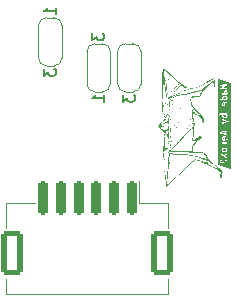
<source format=gbr>
%TF.GenerationSoftware,KiCad,Pcbnew,8.0.7*%
%TF.CreationDate,2025-01-11T23:39:27+09:00*%
%TF.ProjectId,epaper-smart-watch,65706170-6572-42d7-936d-6172742d7761,rev?*%
%TF.SameCoordinates,Original*%
%TF.FileFunction,Legend,Bot*%
%TF.FilePolarity,Positive*%
%FSLAX46Y46*%
G04 Gerber Fmt 4.6, Leading zero omitted, Abs format (unit mm)*
G04 Created by KiCad (PCBNEW 8.0.7) date 2025-01-11 23:39:27*
%MOMM*%
%LPD*%
G01*
G04 APERTURE LIST*
G04 Aperture macros list*
%AMRoundRect*
0 Rectangle with rounded corners*
0 $1 Rounding radius*
0 $2 $3 $4 $5 $6 $7 $8 $9 X,Y pos of 4 corners*
0 Add a 4 corners polygon primitive as box body*
4,1,4,$2,$3,$4,$5,$6,$7,$8,$9,$2,$3,0*
0 Add four circle primitives for the rounded corners*
1,1,$1+$1,$2,$3*
1,1,$1+$1,$4,$5*
1,1,$1+$1,$6,$7*
1,1,$1+$1,$8,$9*
0 Add four rect primitives between the rounded corners*
20,1,$1+$1,$2,$3,$4,$5,0*
20,1,$1+$1,$4,$5,$6,$7,0*
20,1,$1+$1,$6,$7,$8,$9,0*
20,1,$1+$1,$8,$9,$2,$3,0*%
%AMFreePoly0*
4,1,19,0.550000,-0.750000,0.000000,-0.750000,0.000000,-0.744911,-0.071157,-0.744911,-0.207708,-0.704816,-0.327430,-0.627875,-0.420627,-0.520320,-0.479746,-0.390866,-0.500000,-0.250000,-0.500000,0.250000,-0.479746,0.390866,-0.420627,0.520320,-0.327430,0.627875,-0.207708,0.704816,-0.071157,0.744911,0.000000,0.744911,0.000000,0.750000,0.550000,0.750000,0.550000,-0.750000,0.550000,-0.750000,
$1*%
%AMFreePoly1*
4,1,19,0.000000,0.744911,0.071157,0.744911,0.207708,0.704816,0.327430,0.627875,0.420627,0.520320,0.479746,0.390866,0.500000,0.250000,0.500000,-0.250000,0.479746,-0.390866,0.420627,-0.520320,0.327430,-0.627875,0.207708,-0.704816,0.071157,-0.744911,0.000000,-0.744911,0.000000,-0.750000,-0.550000,-0.750000,-0.550000,0.750000,0.000000,0.750000,0.000000,0.744911,0.000000,0.744911,
$1*%
G04 Aperture macros list end*
%ADD10C,0.150000*%
%ADD11C,0.000000*%
%ADD12C,0.120000*%
%ADD13C,0.700000*%
%ADD14O,2.000000X1.200000*%
%ADD15O,1.800000X1.200000*%
%ADD16C,0.800000*%
%ADD17RoundRect,0.200000X0.200000X1.250000X-0.200000X1.250000X-0.200000X-1.250000X0.200000X-1.250000X0*%
%ADD18RoundRect,0.250000X0.650000X1.650000X-0.650000X1.650000X-0.650000X-1.650000X0.650000X-1.650000X0*%
%ADD19FreePoly0,90.000000*%
%ADD20R,1.500000X1.000000*%
%ADD21FreePoly1,90.000000*%
%ADD22FreePoly0,270.000000*%
%ADD23FreePoly1,270.000000*%
G04 APERTURE END LIST*
D10*
X144954819Y-93685714D02*
X144954819Y-93114286D01*
X144954819Y-93400000D02*
X143954819Y-93400000D01*
X143954819Y-93400000D02*
X144097676Y-93304762D01*
X144097676Y-93304762D02*
X144192914Y-93209524D01*
X144192914Y-93209524D02*
X144240533Y-93114286D01*
X143954819Y-87866667D02*
X143954819Y-88485714D01*
X143954819Y-88485714D02*
X144335771Y-88152381D01*
X144335771Y-88152381D02*
X144335771Y-88295238D01*
X144335771Y-88295238D02*
X144383390Y-88390476D01*
X144383390Y-88390476D02*
X144431009Y-88438095D01*
X144431009Y-88438095D02*
X144526247Y-88485714D01*
X144526247Y-88485714D02*
X144764342Y-88485714D01*
X144764342Y-88485714D02*
X144859580Y-88438095D01*
X144859580Y-88438095D02*
X144907200Y-88390476D01*
X144907200Y-88390476D02*
X144954819Y-88295238D01*
X144954819Y-88295238D02*
X144954819Y-88009524D01*
X144954819Y-88009524D02*
X144907200Y-87914286D01*
X144907200Y-87914286D02*
X144859580Y-87866667D01*
X146554819Y-93066667D02*
X146554819Y-93685714D01*
X146554819Y-93685714D02*
X146935771Y-93352381D01*
X146935771Y-93352381D02*
X146935771Y-93495238D01*
X146935771Y-93495238D02*
X146983390Y-93590476D01*
X146983390Y-93590476D02*
X147031009Y-93638095D01*
X147031009Y-93638095D02*
X147126247Y-93685714D01*
X147126247Y-93685714D02*
X147364342Y-93685714D01*
X147364342Y-93685714D02*
X147459580Y-93638095D01*
X147459580Y-93638095D02*
X147507200Y-93590476D01*
X147507200Y-93590476D02*
X147554819Y-93495238D01*
X147554819Y-93495238D02*
X147554819Y-93209524D01*
X147554819Y-93209524D02*
X147507200Y-93114286D01*
X147507200Y-93114286D02*
X147459580Y-93066667D01*
X140854819Y-86285714D02*
X140854819Y-85714286D01*
X140854819Y-86000000D02*
X139854819Y-86000000D01*
X139854819Y-86000000D02*
X139997676Y-85904762D01*
X139997676Y-85904762D02*
X140092914Y-85809524D01*
X140092914Y-85809524D02*
X140140533Y-85714286D01*
X139854819Y-90866667D02*
X139854819Y-91485714D01*
X139854819Y-91485714D02*
X140235771Y-91152381D01*
X140235771Y-91152381D02*
X140235771Y-91295238D01*
X140235771Y-91295238D02*
X140283390Y-91390476D01*
X140283390Y-91390476D02*
X140331009Y-91438095D01*
X140331009Y-91438095D02*
X140426247Y-91485714D01*
X140426247Y-91485714D02*
X140664342Y-91485714D01*
X140664342Y-91485714D02*
X140759580Y-91438095D01*
X140759580Y-91438095D02*
X140807200Y-91390476D01*
X140807200Y-91390476D02*
X140854819Y-91295238D01*
X140854819Y-91295238D02*
X140854819Y-91009524D01*
X140854819Y-91009524D02*
X140807200Y-90914286D01*
X140807200Y-90914286D02*
X140759580Y-90866667D01*
D11*
%TO.C,kibuzzard-6782824E*%
G36*
X155729321Y-92893926D02*
G01*
X155729321Y-93387302D01*
X155729321Y-93908788D01*
X155729321Y-94834475D01*
X155729321Y-95197964D01*
X155729321Y-96399903D01*
X155729321Y-96816704D01*
X155729321Y-97227690D01*
X155729321Y-97749176D01*
X155729321Y-98335606D01*
X155729321Y-98923005D01*
X155729321Y-99003780D01*
X155729321Y-99351373D01*
X154570679Y-99003780D01*
X154570679Y-98923005D01*
X154570679Y-98707819D01*
X154791357Y-98707819D01*
X154802019Y-98778578D01*
X154834006Y-98838675D01*
X154887803Y-98880355D01*
X154962924Y-98895864D01*
X155022536Y-98884233D01*
X155078271Y-98853215D01*
X155130614Y-98809596D01*
X155179079Y-98760162D01*
X155206704Y-98731082D01*
X155239661Y-98700065D01*
X155274071Y-98675347D01*
X155306058Y-98665170D01*
X155306058Y-98923005D01*
X155404927Y-98923005D01*
X155404927Y-98531405D01*
X155380695Y-98528982D01*
X155360339Y-98529467D01*
X155313813Y-98533950D01*
X155271163Y-98547399D01*
X155232027Y-98567754D01*
X155196042Y-98592956D01*
X155162843Y-98621551D01*
X155132068Y-98652084D01*
X155103110Y-98682617D01*
X155075363Y-98711212D01*
X155023021Y-98756769D01*
X154971648Y-98774701D01*
X154914943Y-98752407D01*
X154895073Y-98696187D01*
X154908643Y-98637060D01*
X154954200Y-98575994D01*
X154870840Y-98516866D01*
X154835460Y-98558667D01*
X154810743Y-98606527D01*
X154796204Y-98657294D01*
X154791357Y-98707819D01*
X154570679Y-98707819D01*
X154570679Y-98010889D01*
X154804927Y-98010889D01*
X154804927Y-98139806D01*
X154996850Y-98234798D01*
X154804927Y-98334637D01*
X154804927Y-98454830D01*
X155085057Y-98301680D01*
X155127706Y-98327609D01*
X155172294Y-98353053D01*
X155217246Y-98377407D01*
X155260985Y-98400065D01*
X155302666Y-98420541D01*
X155341438Y-98438352D01*
X155404927Y-98464523D01*
X155404927Y-98335606D01*
X155352827Y-98315129D01*
X155295396Y-98290533D01*
X155235299Y-98263271D01*
X155175202Y-98234798D01*
X155233481Y-98206688D01*
X155293942Y-98178578D01*
X155352464Y-98152407D01*
X155404927Y-98130113D01*
X155404927Y-98001195D01*
X155341922Y-98029790D01*
X155303635Y-98049661D01*
X155262439Y-98071470D01*
X155219184Y-98094855D01*
X155174717Y-98119451D01*
X155130493Y-98144168D01*
X155087964Y-98167916D01*
X154804927Y-98010889D01*
X154570679Y-98010889D01*
X154570679Y-97749176D01*
X154937722Y-97749176D01*
X154941963Y-97794612D01*
X154954685Y-97835929D01*
X154975283Y-97872520D01*
X155003150Y-97903780D01*
X155037803Y-97929103D01*
X155078756Y-97947884D01*
X155125162Y-97959515D01*
X155176171Y-97963393D01*
X155227908Y-97959515D01*
X155274556Y-97947884D01*
X155315630Y-97929225D01*
X155350646Y-97904265D01*
X155378998Y-97873368D01*
X155400081Y-97836898D01*
X155413166Y-97795339D01*
X155417528Y-97749176D01*
X155413166Y-97703013D01*
X155400081Y-97661454D01*
X155378998Y-97624863D01*
X155350646Y-97593603D01*
X155315630Y-97568279D01*
X155274556Y-97549499D01*
X155227908Y-97537868D01*
X155176171Y-97533990D01*
X155125162Y-97537989D01*
X155078756Y-97549984D01*
X155037803Y-97569128D01*
X155003150Y-97594572D01*
X154975283Y-97625953D01*
X154954685Y-97662908D01*
X154941963Y-97704346D01*
X154937722Y-97749176D01*
X154570679Y-97749176D01*
X154570679Y-97321712D01*
X154940630Y-97321712D01*
X154941599Y-97349338D01*
X154944992Y-97387625D01*
X154950808Y-97428821D01*
X154960016Y-97466139D01*
X155070517Y-97444814D01*
X155064701Y-97417189D01*
X155059370Y-97384717D01*
X155055977Y-97352730D01*
X155055008Y-97326559D01*
X155057431Y-97277124D01*
X155066640Y-97227690D01*
X155404927Y-97227690D01*
X155404927Y-97107496D01*
X154979402Y-97107496D01*
X154963651Y-97155598D01*
X154951292Y-97204911D01*
X154943296Y-97259071D01*
X154940630Y-97321712D01*
X154570679Y-97321712D01*
X154570679Y-96781809D01*
X154937722Y-96781809D01*
X154944346Y-96843630D01*
X154964216Y-96894680D01*
X154997334Y-96934960D01*
X155043161Y-96964039D01*
X155101158Y-96981486D01*
X155171325Y-96987302D01*
X155195557Y-96986817D01*
X155215913Y-96985363D01*
X155215913Y-96689725D01*
X155255775Y-96698934D01*
X155286187Y-96726559D01*
X155305452Y-96768724D01*
X155311874Y-96821551D01*
X155304120Y-96889887D01*
X155288611Y-96944653D01*
X155390388Y-96961131D01*
X155408320Y-96895218D01*
X155415590Y-96816704D01*
X155411834Y-96761575D01*
X155400565Y-96712504D01*
X155381906Y-96669855D01*
X155355977Y-96633990D01*
X155322900Y-96605275D01*
X155282795Y-96584071D01*
X155235541Y-96570985D01*
X155181018Y-96566624D01*
X155124556Y-96571228D01*
X155075363Y-96585040D01*
X155033562Y-96606365D01*
X154999273Y-96633506D01*
X154972496Y-96665735D01*
X154953231Y-96702326D01*
X154941599Y-96741583D01*
X154937722Y-96781809D01*
X154570679Y-96781809D01*
X154570679Y-96231244D01*
X154804927Y-96231244D01*
X154804927Y-96361131D01*
X154871840Y-96382425D01*
X154940751Y-96403659D01*
X155011662Y-96424832D01*
X155084572Y-96445945D01*
X155144688Y-96462714D01*
X155206782Y-96479289D01*
X155270853Y-96495670D01*
X155336901Y-96511858D01*
X155404927Y-96527851D01*
X155404927Y-96399903D01*
X155266317Y-96371793D01*
X155266317Y-96211858D01*
X155404927Y-96184717D01*
X155404927Y-96060646D01*
X155335234Y-96077745D01*
X155268061Y-96094921D01*
X155203409Y-96112174D01*
X155141276Y-96129506D01*
X155081664Y-96146914D01*
X155009663Y-96168542D01*
X154939540Y-96189806D01*
X154871294Y-96210707D01*
X154804927Y-96231244D01*
X154570679Y-96231244D01*
X154570679Y-95118481D01*
X154949354Y-95118481D01*
X154949354Y-95242553D01*
X155025929Y-95262423D01*
X155066640Y-95273934D01*
X155107351Y-95286171D01*
X155147698Y-95299136D01*
X155187318Y-95312827D01*
X155260501Y-95341422D01*
X155187318Y-95361777D01*
X155147819Y-95372197D01*
X155107835Y-95382132D01*
X155067488Y-95391704D01*
X155026898Y-95401034D01*
X154949354Y-95417997D01*
X154949354Y-95540129D01*
X155012722Y-95522076D01*
X155074879Y-95504750D01*
X155135703Y-95487423D01*
X155195073Y-95469370D01*
X155253110Y-95450347D01*
X155309935Y-95430113D01*
X155365428Y-95408425D01*
X155419467Y-95385040D01*
X155486349Y-95348691D01*
X155532391Y-95308950D01*
X155559047Y-95260485D01*
X155567771Y-95197964D01*
X155562924Y-95143199D01*
X155550323Y-95102003D01*
X155450485Y-95124297D01*
X155462601Y-95158708D01*
X155465994Y-95191179D01*
X155442730Y-95247399D01*
X155387480Y-95281325D01*
X155327868Y-95252892D01*
X155262763Y-95224459D01*
X155192165Y-95196026D01*
X155135733Y-95175186D01*
X155076454Y-95155315D01*
X155014328Y-95136414D01*
X154949354Y-95118481D01*
X154570679Y-95118481D01*
X154570679Y-94777286D01*
X154732229Y-94777286D01*
X154960016Y-94777286D01*
X154944023Y-94825751D01*
X154939661Y-94872278D01*
X154943901Y-94914200D01*
X154956624Y-94950792D01*
X155005089Y-95007496D01*
X155039620Y-95027488D01*
X155080210Y-95041906D01*
X155126252Y-95050630D01*
X155177141Y-95053538D01*
X155228877Y-95049903D01*
X155275525Y-95038998D01*
X155316357Y-95021066D01*
X155350646Y-94996349D01*
X155378150Y-94965089D01*
X155398627Y-94927528D01*
X155411349Y-94883910D01*
X155415590Y-94834475D01*
X155413893Y-94787464D01*
X155408805Y-94739483D01*
X155401050Y-94694895D01*
X155391357Y-94658061D01*
X154752585Y-94658061D01*
X154732229Y-94777286D01*
X154570679Y-94777286D01*
X154570679Y-93873893D01*
X154937722Y-93873893D01*
X154944346Y-93935714D01*
X154964216Y-93986764D01*
X154997334Y-94027044D01*
X155043161Y-94056123D01*
X155101158Y-94073570D01*
X155171325Y-94079386D01*
X155195557Y-94078901D01*
X155215913Y-94077447D01*
X155215913Y-93781809D01*
X155255775Y-93791018D01*
X155286187Y-93818643D01*
X155305452Y-93860808D01*
X155311874Y-93913635D01*
X155304120Y-93981971D01*
X155288611Y-94036737D01*
X155390388Y-94053215D01*
X155408320Y-93987302D01*
X155415590Y-93908788D01*
X155411834Y-93853659D01*
X155400565Y-93804588D01*
X155381906Y-93761939D01*
X155355977Y-93726074D01*
X155322900Y-93697359D01*
X155282795Y-93676155D01*
X155235541Y-93663069D01*
X155181018Y-93658708D01*
X155124556Y-93663312D01*
X155075363Y-93677124D01*
X155033562Y-93698449D01*
X154999273Y-93725590D01*
X154972496Y-93757819D01*
X154953231Y-93794410D01*
X154941599Y-93833667D01*
X154937722Y-93873893D01*
X154570679Y-93873893D01*
X154570679Y-93560808D01*
X154732229Y-93560808D01*
X155391357Y-93560808D01*
X155401050Y-93524216D01*
X155408805Y-93480355D01*
X155413893Y-93433344D01*
X155415590Y-93387302D01*
X155408589Y-93321982D01*
X155387588Y-93268185D01*
X155352585Y-93225913D01*
X155305412Y-93195487D01*
X155247900Y-93177232D01*
X155180048Y-93171147D01*
X155110959Y-93176263D01*
X155052316Y-93191610D01*
X155004120Y-93217189D01*
X154968309Y-93252784D01*
X154946823Y-93298180D01*
X154939661Y-93353376D01*
X154944992Y-93400872D01*
X154960016Y-93441583D01*
X154752585Y-93441583D01*
X154732229Y-93560808D01*
X154570679Y-93560808D01*
X154570679Y-92891987D01*
X154937722Y-92891987D01*
X154940994Y-92943481D01*
X154950808Y-92985525D01*
X154987641Y-93045137D01*
X155045800Y-93077124D01*
X155122859Y-93086817D01*
X155394265Y-93086817D01*
X155407835Y-93009273D01*
X155413651Y-92954750D01*
X155415590Y-92893926D01*
X155407835Y-92814927D01*
X155382149Y-92754346D01*
X155335622Y-92715574D01*
X155265347Y-92702003D01*
X155198465Y-92717512D01*
X155154847Y-92759192D01*
X155131099Y-92819289D01*
X155123829Y-92890048D01*
X155125767Y-92933910D01*
X155131583Y-92972439D01*
X155117044Y-92972439D01*
X155060339Y-92951115D01*
X155043255Y-92922036D01*
X155037561Y-92877447D01*
X155042407Y-92812019D01*
X155054039Y-92761131D01*
X154958078Y-92744653D01*
X154944023Y-92807658D01*
X154939297Y-92849095D01*
X154937722Y-92891987D01*
X154570679Y-92891987D01*
X154570679Y-92231890D01*
X154804927Y-92231890D01*
X154804927Y-92330759D01*
X154857270Y-92347722D01*
X154926090Y-92369532D01*
X155000727Y-92392795D01*
X155070517Y-92415089D01*
X154996365Y-92439321D01*
X154922698Y-92463554D01*
X154856300Y-92484879D01*
X154804927Y-92502326D01*
X154804927Y-92601195D01*
X154882472Y-92607859D01*
X154958078Y-92614281D01*
X155032351Y-92620097D01*
X155105897Y-92624943D01*
X155179321Y-92628942D01*
X155253231Y-92632213D01*
X155328231Y-92634879D01*
X155404927Y-92637060D01*
X155404927Y-92527528D01*
X154938691Y-92533344D01*
X155192649Y-92459677D01*
X155192649Y-92372439D01*
X154938691Y-92301680D01*
X155404927Y-92306527D01*
X155404927Y-92196995D01*
X155329806Y-92200024D01*
X155251777Y-92203296D01*
X155172536Y-92206809D01*
X155093780Y-92210565D01*
X155016478Y-92214806D01*
X154941599Y-92219774D01*
X154870598Y-92225468D01*
X154804927Y-92231890D01*
X154570679Y-92231890D01*
X154570679Y-92196995D01*
X154570679Y-92116220D01*
X154570679Y-91768627D01*
X155729321Y-92116220D01*
X155729321Y-92196995D01*
X155729321Y-92637060D01*
X155729321Y-92893926D01*
G37*
G36*
X155232391Y-97660606D02*
G01*
X155276010Y-97676963D01*
X155304362Y-97705436D01*
X155313813Y-97747237D01*
X155304362Y-97788069D01*
X155276010Y-97817512D01*
X155232391Y-97835323D01*
X155177141Y-97841260D01*
X155122011Y-97835808D01*
X155078756Y-97819451D01*
X155050767Y-97790977D01*
X155041438Y-97749176D01*
X155050767Y-97708344D01*
X155078756Y-97678901D01*
X155122011Y-97661090D01*
X155177141Y-97655153D01*
X155232391Y-97660606D01*
G37*
G36*
X155311874Y-94805880D02*
G01*
X155312843Y-94831567D01*
X155304968Y-94873247D01*
X155281341Y-94905234D01*
X155238813Y-94925590D01*
X155174233Y-94932375D01*
X155117771Y-94927165D01*
X155076333Y-94911535D01*
X155050889Y-94885242D01*
X155042407Y-94848045D01*
X155047738Y-94809758D01*
X155060824Y-94777286D01*
X155307997Y-94777286D01*
X155311874Y-94805880D01*
G37*
G36*
X155229725Y-93298005D02*
G01*
X155274071Y-93315089D01*
X155303150Y-93344774D01*
X155312843Y-93388271D01*
X155311874Y-93415412D01*
X155308966Y-93441583D01*
X155060824Y-93441583D01*
X155047738Y-93410565D01*
X155042407Y-93373732D01*
X155050889Y-93336898D01*
X155076333Y-93311696D01*
X155117771Y-93297157D01*
X155174233Y-93292310D01*
X155229725Y-93298005D01*
G37*
G36*
X155167447Y-96351438D02*
G01*
X155105412Y-96339806D01*
X155045800Y-96326721D01*
X154985703Y-96311212D01*
X154921244Y-96293279D01*
X154985703Y-96275347D01*
X155045800Y-96259838D01*
X155105412Y-96246268D01*
X155167447Y-96234152D01*
X155167447Y-96351438D01*
G37*
G36*
X155133522Y-93964039D02*
G01*
X155098142Y-93959192D01*
X155067609Y-93943683D01*
X155045800Y-93916543D01*
X155037561Y-93875832D01*
X155045315Y-93835606D01*
X155066640Y-93807496D01*
X155097658Y-93790048D01*
X155133522Y-93781809D01*
X155133522Y-93964039D01*
G37*
G36*
X155133522Y-96871955D02*
G01*
X155098142Y-96867108D01*
X155067609Y-96851599D01*
X155045800Y-96824459D01*
X155037561Y-96783748D01*
X155045315Y-96743522D01*
X155066640Y-96715412D01*
X155097658Y-96697964D01*
X155133522Y-96689725D01*
X155133522Y-96871955D01*
G37*
G36*
X155306543Y-92842553D02*
G01*
X155319628Y-92902649D01*
X155319144Y-92940452D01*
X155316721Y-92972439D01*
X155212036Y-92972439D01*
X155208643Y-92944330D01*
X155207189Y-92914281D01*
X155209612Y-92878417D01*
X155217851Y-92847884D01*
X155234330Y-92827044D01*
X155262439Y-92819289D01*
X155306543Y-92842553D01*
G37*
%TO.C,G\u002A\u002A\u002A*%
G36*
X154323896Y-91839164D02*
G01*
X154351826Y-91936418D01*
X154368091Y-92072171D01*
X154370308Y-92219743D01*
X154356094Y-92352451D01*
X154326546Y-92500520D01*
X154274389Y-92306330D01*
X154257581Y-92239084D01*
X154231920Y-92112078D01*
X154221483Y-92021874D01*
X154215811Y-91998127D01*
X154190831Y-91995595D01*
X154139250Y-92026252D01*
X154053898Y-92095441D01*
X153927603Y-92208506D01*
X153753193Y-92370790D01*
X153588113Y-92526957D01*
X153428981Y-92682171D01*
X153313715Y-92803267D01*
X153234496Y-92899987D01*
X153183506Y-92982078D01*
X153152925Y-93059282D01*
X153134936Y-93141345D01*
X153112783Y-93277278D01*
X152726998Y-93296697D01*
X152341214Y-93316116D01*
X152352007Y-93546504D01*
X152354131Y-93585894D01*
X152371002Y-93739076D01*
X152406364Y-93871371D01*
X152468511Y-93996832D01*
X152565736Y-94129515D01*
X152706332Y-94283471D01*
X152898593Y-94472757D01*
X152961112Y-94533119D01*
X153106361Y-94677002D01*
X153222081Y-94796369D01*
X153228998Y-94803504D01*
X153296061Y-94877044D01*
X153317658Y-94900728D01*
X153360973Y-94956773D01*
X153382710Y-95016142D01*
X153410317Y-95137673D01*
X153430977Y-95280225D01*
X153435015Y-95319126D01*
X153444655Y-95432308D01*
X153440431Y-95486393D01*
X153418046Y-95495891D01*
X153373202Y-95475314D01*
X153318485Y-95438216D01*
X153237447Y-95320028D01*
X153213944Y-95168335D01*
X153291354Y-95168335D01*
X153299436Y-95243962D01*
X153327462Y-95296850D01*
X153358107Y-95293840D01*
X153358503Y-95236763D01*
X153327462Y-95141498D01*
X153309956Y-95103955D01*
X153296061Y-95100270D01*
X153291354Y-95168335D01*
X153213944Y-95168335D01*
X153210948Y-95148996D01*
X153210683Y-95123530D01*
X153203414Y-95068416D01*
X153176641Y-95023203D01*
X153117779Y-94976916D01*
X153041876Y-94934150D01*
X153222081Y-94934150D01*
X153226659Y-94960727D01*
X153238648Y-94977980D01*
X153271497Y-95005565D01*
X153276927Y-95005187D01*
X153285479Y-94982706D01*
X153243785Y-94943600D01*
X153222081Y-94934150D01*
X153041876Y-94934150D01*
X153014244Y-94918581D01*
X152853452Y-94837222D01*
X152743557Y-94783538D01*
X152612151Y-94722772D01*
X152519416Y-94684167D01*
X152480573Y-94674371D01*
X152481086Y-94710474D01*
X152494761Y-94808368D01*
X152519636Y-94952046D01*
X152553179Y-95125777D01*
X152555250Y-95136043D01*
X152586788Y-95295668D01*
X152608150Y-95422451D01*
X152619720Y-95534744D01*
X152621883Y-95650901D01*
X152615020Y-95789275D01*
X152599517Y-95968218D01*
X152575755Y-96206084D01*
X152562844Y-96332406D01*
X152538404Y-96572377D01*
X152522718Y-96746044D01*
X152517284Y-96861147D01*
X152523602Y-96925427D01*
X152543169Y-96946624D01*
X152577483Y-96932480D01*
X152628043Y-96890734D01*
X152630051Y-96888923D01*
X152880826Y-96888923D01*
X152997340Y-96792551D01*
X153015801Y-96777291D01*
X153098282Y-96709340D01*
X153150750Y-96666469D01*
X153164819Y-96652113D01*
X153148306Y-96636759D01*
X153134173Y-96641094D01*
X153073031Y-96685643D01*
X152994897Y-96762841D01*
X152880826Y-96888923D01*
X152630051Y-96888923D01*
X152696346Y-96829128D01*
X152800121Y-96743404D01*
X152958093Y-96639007D01*
X153091834Y-96583560D01*
X153148306Y-96583260D01*
X153189358Y-96583043D01*
X153193143Y-96584557D01*
X153244747Y-96634640D01*
X153233193Y-96698153D01*
X153162401Y-96750724D01*
X153099630Y-96789310D01*
X152991723Y-96881698D01*
X152862548Y-97010650D01*
X152726040Y-97162108D01*
X152596135Y-97322011D01*
X152590808Y-97329006D01*
X152516316Y-97442931D01*
X152481585Y-97551183D01*
X152473028Y-97694924D01*
X152473028Y-97906897D01*
X152793441Y-97931839D01*
X152819491Y-97933829D01*
X152994515Y-97945506D01*
X153156348Y-97953796D01*
X153272895Y-97957015D01*
X153321585Y-97958503D01*
X153416341Y-97977934D01*
X153492885Y-98030406D01*
X153566396Y-98129143D01*
X153652049Y-98287370D01*
X153723493Y-98410582D01*
X153820722Y-98535866D01*
X153951150Y-98666735D01*
X154126042Y-98814429D01*
X154356667Y-98990186D01*
X154420279Y-99037938D01*
X154579294Y-99163202D01*
X154725057Y-99285322D01*
X154832432Y-99383519D01*
X154850483Y-99401555D01*
X154930020Y-99488593D01*
X154975389Y-99566616D01*
X154990915Y-99656833D01*
X154980926Y-99780454D01*
X154949747Y-99958688D01*
X154937284Y-100019396D01*
X154900709Y-100142555D01*
X154863457Y-100188715D01*
X154825929Y-100157651D01*
X154788528Y-100049138D01*
X154785774Y-100037869D01*
X154776197Y-99914033D01*
X154819889Y-99799641D01*
X154850241Y-99749135D01*
X154870575Y-99728460D01*
X154863793Y-99772921D01*
X154848753Y-99833687D01*
X154820592Y-99947691D01*
X154817077Y-99966046D01*
X154827339Y-99965250D01*
X154860115Y-99902765D01*
X154867711Y-99885798D01*
X154902123Y-99755883D01*
X154871910Y-99660022D01*
X154773531Y-99585222D01*
X154723665Y-99558493D01*
X154611132Y-99496474D01*
X154455203Y-99409579D01*
X154269276Y-99305279D01*
X154066753Y-99191049D01*
X153907078Y-99102315D01*
X153595104Y-98940748D01*
X153324658Y-98819410D01*
X153082854Y-98732294D01*
X152699573Y-98613218D01*
X152576591Y-98711089D01*
X152506577Y-98769053D01*
X152361327Y-98895493D01*
X152166875Y-99069659D01*
X151927200Y-99287922D01*
X151646276Y-99546654D01*
X151328082Y-99842226D01*
X150976593Y-100171009D01*
X150807260Y-100329244D01*
X150623337Y-100499527D01*
X150463719Y-100645590D01*
X150336439Y-100760146D01*
X150249530Y-100835906D01*
X150211025Y-100865582D01*
X150188282Y-100855623D01*
X150194771Y-100787906D01*
X150195608Y-100784691D01*
X150211768Y-100691997D01*
X150222941Y-100601699D01*
X150306146Y-100601699D01*
X150331342Y-100637064D01*
X150336941Y-100635528D01*
X150391170Y-100598498D01*
X150486494Y-100519504D01*
X150611270Y-100408511D01*
X150753853Y-100275484D01*
X151036215Y-100007085D01*
X151359312Y-99702074D01*
X151656388Y-99423967D01*
X151923196Y-99176646D01*
X152155488Y-98963994D01*
X152349019Y-98789894D01*
X152499538Y-98658231D01*
X152602801Y-98572886D01*
X152654558Y-98537744D01*
X152660483Y-98536593D01*
X152730544Y-98545022D01*
X152855085Y-98574618D01*
X153018428Y-98621299D01*
X153204891Y-98680984D01*
X153291557Y-98709806D01*
X153482714Y-98769658D01*
X153613511Y-98803272D01*
X153692543Y-98812593D01*
X153728407Y-98799570D01*
X153747456Y-98780388D01*
X153741475Y-98817919D01*
X153740128Y-98824633D01*
X153767559Y-98886974D01*
X153849251Y-98965932D01*
X153970197Y-99049202D01*
X154115387Y-99124477D01*
X154116920Y-99125157D01*
X154211479Y-99173712D01*
X154317829Y-99236637D01*
X154328141Y-99243098D01*
X154419948Y-99292105D01*
X154485482Y-99313737D01*
X154496186Y-99315604D01*
X154568259Y-99348272D01*
X154660252Y-99407940D01*
X154680458Y-99422766D01*
X154770846Y-99486726D01*
X154832432Y-99526746D01*
X154872277Y-99546313D01*
X154878402Y-99535249D01*
X154824498Y-99478512D01*
X154711512Y-99377053D01*
X154540385Y-99231826D01*
X154370501Y-99091790D01*
X154237943Y-98988005D01*
X154128069Y-98910595D01*
X154022955Y-98846947D01*
X153904675Y-98784446D01*
X153828744Y-98727210D01*
X153774335Y-98645948D01*
X153767225Y-98624834D01*
X153746273Y-98588894D01*
X153729068Y-98623190D01*
X153717591Y-98653084D01*
X153682894Y-98666661D01*
X153606962Y-98637135D01*
X153457067Y-98567833D01*
X153286081Y-98498490D01*
X153111815Y-98442350D01*
X152897595Y-98386453D01*
X152416178Y-98283781D01*
X151903433Y-98213053D01*
X151445255Y-98195412D01*
X151339182Y-98196690D01*
X151176162Y-98194863D01*
X151048676Y-98188727D01*
X150977767Y-98179021D01*
X150903958Y-98159233D01*
X150792954Y-98136055D01*
X150707215Y-98118730D01*
X150608474Y-98093075D01*
X150561708Y-98080890D01*
X150527750Y-98080854D01*
X150526543Y-98090242D01*
X150520262Y-98159376D01*
X150510373Y-98279753D01*
X150498406Y-98433012D01*
X150488222Y-98593588D01*
X150487970Y-98701611D01*
X150499573Y-98757145D01*
X150523981Y-98772844D01*
X150525737Y-98772855D01*
X150550935Y-98786573D01*
X150514487Y-98833875D01*
X150508722Y-98840250D01*
X150467897Y-98925394D01*
X150448499Y-99037774D01*
X150448126Y-99048008D01*
X150441699Y-99166618D01*
X150433510Y-99258318D01*
X150426468Y-99322150D01*
X150413817Y-99446967D01*
X150397554Y-99613071D01*
X150379506Y-99802049D01*
X150362797Y-99974980D01*
X150342906Y-100171694D01*
X150325083Y-100338864D01*
X150311816Y-100452584D01*
X150307020Y-100494745D01*
X150306146Y-100601699D01*
X150222941Y-100601699D01*
X150231842Y-100529757D01*
X150255094Y-100305505D01*
X150280788Y-100026772D01*
X150308189Y-99701091D01*
X150336562Y-99335994D01*
X150350377Y-99152821D01*
X150367164Y-98937760D01*
X150381876Y-98762863D01*
X150396499Y-98606039D01*
X150413020Y-98445196D01*
X150433422Y-98258242D01*
X150435183Y-98242091D01*
X150446161Y-98098620D01*
X150440265Y-98020019D01*
X150416850Y-97996086D01*
X150399488Y-97991673D01*
X150397761Y-97953102D01*
X150411860Y-97937210D01*
X150448601Y-97946225D01*
X150483631Y-97978424D01*
X150527750Y-98000875D01*
X150539069Y-98006635D01*
X150583613Y-98015674D01*
X150589113Y-97995641D01*
X150583187Y-97980980D01*
X150606515Y-97957248D01*
X150617943Y-97958879D01*
X150647645Y-97998527D01*
X150658610Y-98019136D01*
X150715611Y-98028625D01*
X150753164Y-98026479D01*
X150825137Y-98043576D01*
X150877790Y-98065269D01*
X150971113Y-98088642D01*
X151053469Y-98105901D01*
X151152871Y-98132124D01*
X151199855Y-98139550D01*
X151230214Y-98120513D01*
X151246737Y-98101109D01*
X151333372Y-98085283D01*
X151492242Y-98085664D01*
X151721109Y-98102209D01*
X152017735Y-98134879D01*
X152190918Y-98159308D01*
X152409622Y-98196461D01*
X152633280Y-98239850D01*
X152845543Y-98285902D01*
X153030060Y-98331042D01*
X153170478Y-98371697D01*
X153250448Y-98404293D01*
X153289171Y-98420006D01*
X153377999Y-98446916D01*
X153489370Y-98476438D01*
X153598994Y-98502524D01*
X153682581Y-98519124D01*
X153715841Y-98520191D01*
X153714646Y-98512894D01*
X153685436Y-98449670D01*
X153628140Y-98352234D01*
X153557510Y-98243517D01*
X153488294Y-98146450D01*
X153435242Y-98083963D01*
X153415289Y-98066627D01*
X153384733Y-98047541D01*
X153341709Y-98031980D01*
X153278067Y-98019264D01*
X153185659Y-98008710D01*
X153056339Y-97999638D01*
X152881958Y-97991366D01*
X152654369Y-97983213D01*
X152365422Y-97974498D01*
X152006972Y-97964539D01*
X151756475Y-97957198D01*
X151455602Y-97946987D01*
X151184807Y-97936252D01*
X150953607Y-97925450D01*
X150771516Y-97915034D01*
X150648051Y-97905455D01*
X150592727Y-97897167D01*
X150585859Y-97894371D01*
X150539654Y-97884821D01*
X150549524Y-97921519D01*
X150553066Y-97928566D01*
X150541837Y-97933379D01*
X150490087Y-97890360D01*
X150483778Y-97884208D01*
X150433269Y-97818185D01*
X150428596Y-97774971D01*
X150442801Y-97766824D01*
X150484696Y-97788298D01*
X150493833Y-97788829D01*
X150544762Y-97752827D01*
X150628193Y-97676362D01*
X150732015Y-97572402D01*
X150844117Y-97453914D01*
X150952389Y-97333865D01*
X151044721Y-97225222D01*
X151109001Y-97140952D01*
X151133119Y-97094023D01*
X151133261Y-97090996D01*
X151160090Y-97073685D01*
X151161830Y-97074102D01*
X151152538Y-97083395D01*
X151171957Y-97102814D01*
X151191376Y-97083395D01*
X151175475Y-97067493D01*
X151209752Y-97050566D01*
X151289347Y-96982790D01*
X151385431Y-96886187D01*
X151482641Y-96776129D01*
X151565611Y-96667984D01*
X151597979Y-96624107D01*
X151665031Y-96549672D01*
X151711260Y-96520242D01*
X151716060Y-96519293D01*
X151767777Y-96482527D01*
X151850502Y-96403056D01*
X151948715Y-96295564D01*
X152050169Y-96182180D01*
X152173071Y-96053740D01*
X152287806Y-95942127D01*
X152383375Y-95857523D01*
X152448782Y-95810112D01*
X152473028Y-95810078D01*
X152472647Y-95812702D01*
X152440982Y-95861128D01*
X152368427Y-95944381D01*
X152269129Y-96046087D01*
X152152262Y-96161997D01*
X151933014Y-96385712D01*
X151689067Y-96640826D01*
X151436496Y-96910459D01*
X151191376Y-97177733D01*
X151098820Y-97279245D01*
X150966389Y-97422568D01*
X150850665Y-97545707D01*
X150769224Y-97629838D01*
X150740769Y-97658600D01*
X150678814Y-97727876D01*
X150649378Y-97780896D01*
X150658911Y-97819792D01*
X150713861Y-97846698D01*
X150820679Y-97863746D01*
X150985814Y-97873068D01*
X151215714Y-97876799D01*
X151516830Y-97877069D01*
X151667164Y-97876763D01*
X151914725Y-97875511D01*
X152098730Y-97871374D01*
X152228595Y-97861908D01*
X152313735Y-97844671D01*
X152363565Y-97817220D01*
X152387502Y-97777114D01*
X152394959Y-97721909D01*
X152395352Y-97649164D01*
X152405069Y-97543200D01*
X152470953Y-97339353D01*
X152587067Y-97161071D01*
X152601478Y-97144772D01*
X152682467Y-97050273D01*
X152742703Y-96975701D01*
X152761335Y-96950174D01*
X152770997Y-96920794D01*
X152721258Y-96933183D01*
X152677094Y-96951588D01*
X152604174Y-96992999D01*
X152572291Y-97006510D01*
X152493687Y-97000821D01*
X152478055Y-96993479D01*
X152452616Y-96964923D01*
X152441115Y-96907352D01*
X152441719Y-96804701D01*
X152452592Y-96640900D01*
X152453342Y-96631103D01*
X152467776Y-96423220D01*
X152481163Y-96198972D01*
X152490694Y-96005236D01*
X152491933Y-95979064D01*
X152505435Y-95829947D01*
X152526468Y-95711004D01*
X152551041Y-95645985D01*
X152557261Y-95636524D01*
X152553975Y-95620393D01*
X152522426Y-95608017D01*
X152454376Y-95598810D01*
X152341592Y-95592184D01*
X152175837Y-95587551D01*
X151948877Y-95584325D01*
X151652477Y-95581919D01*
X151525400Y-95580986D01*
X151241579Y-95577946D01*
X151035064Y-95574200D01*
X150905594Y-95569885D01*
X150852903Y-95565143D01*
X150876728Y-95560112D01*
X150976806Y-95554932D01*
X151152872Y-95549742D01*
X151404663Y-95544683D01*
X151731915Y-95539893D01*
X151867071Y-95537995D01*
X152122100Y-95532445D01*
X152310017Y-95523999D01*
X152438158Y-95511201D01*
X152513859Y-95492592D01*
X152544458Y-95466713D01*
X152537290Y-95432108D01*
X152499691Y-95387318D01*
X152467482Y-95326094D01*
X152464337Y-95202523D01*
X152467622Y-95177812D01*
X152467089Y-95105241D01*
X152439408Y-95099436D01*
X152418611Y-95091714D01*
X152403021Y-95020425D01*
X152399776Y-94888798D01*
X152409004Y-94706014D01*
X152430831Y-94481254D01*
X152457879Y-94248226D01*
X152492736Y-94403578D01*
X152500023Y-94437548D01*
X152516845Y-94534772D01*
X152519729Y-94588058D01*
X152519025Y-94595631D01*
X152550704Y-94617186D01*
X152559950Y-94616102D01*
X152589542Y-94579567D01*
X152598670Y-94563259D01*
X152650031Y-94565160D01*
X152678215Y-94584246D01*
X152691007Y-94639221D01*
X152694198Y-94663050D01*
X152757710Y-94713128D01*
X152892286Y-94770810D01*
X153094130Y-94834259D01*
X153140676Y-94846130D01*
X153167813Y-94841364D01*
X153137922Y-94797559D01*
X153101686Y-94760088D01*
X153058103Y-94733700D01*
X153013361Y-94709592D01*
X152928783Y-94638988D01*
X152818801Y-94535154D01*
X152696294Y-94411475D01*
X152574143Y-94281335D01*
X152465227Y-94158120D01*
X152382427Y-94055214D01*
X152338621Y-93986003D01*
X152333529Y-93973160D01*
X152301092Y-93848961D01*
X152282141Y-93698261D01*
X152276629Y-93541667D01*
X152284511Y-93399786D01*
X152305740Y-93293226D01*
X152340272Y-93242595D01*
X152352891Y-93239121D01*
X152437546Y-93228873D01*
X152570362Y-93221714D01*
X152728651Y-93219021D01*
X153055597Y-93219021D01*
X153055742Y-93112217D01*
X153056310Y-93098772D01*
X153082524Y-92988958D01*
X153135734Y-92874441D01*
X153215582Y-92743470D01*
X153106461Y-92762964D01*
X153048143Y-92775992D01*
X152923725Y-92808373D01*
X152767953Y-92851604D01*
X152605227Y-92898726D01*
X152459948Y-92942781D01*
X152356514Y-92976813D01*
X152298173Y-92994687D01*
X152211824Y-93014653D01*
X152089619Y-93037621D01*
X151921270Y-93065380D01*
X151696487Y-93099722D01*
X151404985Y-93142438D01*
X151355198Y-93150221D01*
X151203819Y-93180604D01*
X151070394Y-93216297D01*
X150969512Y-93252350D01*
X150915764Y-93283813D01*
X150923737Y-93305735D01*
X150946280Y-93318583D01*
X150950314Y-93354435D01*
X150898771Y-93368445D01*
X150834327Y-93345379D01*
X150802997Y-93299733D01*
X150805517Y-93290519D01*
X150855791Y-93246104D01*
X150954425Y-93193791D01*
X151080100Y-93142549D01*
X151211501Y-93101346D01*
X151327309Y-93079151D01*
X151386720Y-93072477D01*
X151595119Y-93040358D01*
X151848434Y-92992219D01*
X152124990Y-92932865D01*
X152403110Y-92867102D01*
X152661118Y-92799733D01*
X152877338Y-92735564D01*
X153006819Y-92692954D01*
X153134821Y-92646444D01*
X153241940Y-92597831D01*
X153344165Y-92537448D01*
X153457488Y-92455627D01*
X153597900Y-92342700D01*
X153781390Y-92189000D01*
X153814008Y-92161595D01*
X154013622Y-91998765D01*
X154163896Y-91885733D01*
X154262745Y-91823982D01*
X154308082Y-91814993D01*
X154323896Y-91839164D01*
G37*
G36*
X150011687Y-90868408D02*
G01*
X150021275Y-90873639D01*
X150092668Y-90924686D01*
X150191239Y-91000124D01*
X150304695Y-91090713D01*
X150420746Y-91187216D01*
X150536135Y-91287461D01*
X150688919Y-91423076D01*
X150858872Y-91575992D01*
X151026078Y-91728405D01*
X151048371Y-91748830D01*
X151200980Y-91885992D01*
X151341066Y-92007696D01*
X151453923Y-92101379D01*
X151524843Y-92154475D01*
X151594712Y-92201064D01*
X151714768Y-92285287D01*
X151841911Y-92377815D01*
X151942412Y-92453692D01*
X152017220Y-92512633D01*
X152045810Y-92538638D01*
X152042463Y-92545190D01*
X151996734Y-92543808D01*
X151917446Y-92517208D01*
X151830304Y-92475355D01*
X151761011Y-92428215D01*
X151647445Y-92330999D01*
X151559837Y-92280214D01*
X151484140Y-92283559D01*
X151399189Y-92342351D01*
X151283824Y-92457907D01*
X151263319Y-92479174D01*
X151160408Y-92578765D01*
X151076568Y-92648818D01*
X151028307Y-92675290D01*
X151023654Y-92668989D01*
X151051181Y-92621855D01*
X151120349Y-92538688D01*
X151221626Y-92431508D01*
X151267048Y-92385265D01*
X151387818Y-92255300D01*
X151450526Y-92173097D01*
X151456271Y-92136952D01*
X151406155Y-92145155D01*
X151397566Y-92145810D01*
X151332400Y-92113032D01*
X151218022Y-92026029D01*
X151057202Y-91887038D01*
X150852715Y-91698299D01*
X150652454Y-91509334D01*
X150491050Y-91357754D01*
X150371687Y-91247078D01*
X150287033Y-91170896D01*
X150229760Y-91122800D01*
X150192536Y-91096380D01*
X150168032Y-91085229D01*
X150148917Y-91082936D01*
X150117583Y-91070676D01*
X150064334Y-91014969D01*
X150046470Y-90988311D01*
X150033264Y-90982180D01*
X150047470Y-91044098D01*
X150056503Y-91080384D01*
X150071095Y-91234025D01*
X150045825Y-91413058D01*
X150043402Y-91424546D01*
X150037259Y-91484880D01*
X150052528Y-91484406D01*
X150063656Y-91478148D01*
X150079421Y-91519271D01*
X150085652Y-91620339D01*
X150090259Y-91714606D01*
X150103891Y-91874811D01*
X150124459Y-92077365D01*
X150149858Y-92304241D01*
X150177986Y-92537414D01*
X150206739Y-92758859D01*
X150234012Y-92950552D01*
X150257702Y-93094467D01*
X150267386Y-93153570D01*
X150269333Y-93231067D01*
X150244854Y-93246859D01*
X150243772Y-93246386D01*
X150222028Y-93199294D01*
X150196945Y-93086785D01*
X150170645Y-92920272D01*
X150145251Y-92711169D01*
X150139800Y-92661340D01*
X150117049Y-92474363D01*
X150094730Y-92320236D01*
X150075161Y-92213784D01*
X150060657Y-92169830D01*
X150048906Y-92156157D01*
X150035148Y-92092155D01*
X150037651Y-92007410D01*
X150034705Y-91874676D01*
X150025579Y-91751934D01*
X150012155Y-91661743D01*
X149996315Y-91626666D01*
X149994160Y-91628672D01*
X149984917Y-91681713D01*
X149976376Y-91798235D01*
X149969066Y-91966682D01*
X149963518Y-92175500D01*
X149960261Y-92413134D01*
X149958837Y-92597169D01*
X149956589Y-92876515D01*
X149954422Y-93090979D01*
X149951909Y-93248815D01*
X149948624Y-93358280D01*
X149944141Y-93427629D01*
X149938031Y-93465117D01*
X149929869Y-93478999D01*
X149919229Y-93477532D01*
X149905682Y-93468969D01*
X149902146Y-93465055D01*
X149890172Y-93415065D01*
X149881638Y-93307195D01*
X149876466Y-93137500D01*
X149874576Y-92902030D01*
X149875886Y-92596840D01*
X149880317Y-92217980D01*
X149882698Y-92056362D01*
X149887977Y-91743115D01*
X149893529Y-91495898D01*
X149895145Y-91447654D01*
X149954665Y-91447654D01*
X149963936Y-91499634D01*
X149977194Y-91499033D01*
X149984334Y-91448659D01*
X149978115Y-91410484D01*
X149960870Y-91425195D01*
X149954665Y-91447654D01*
X149895145Y-91447654D01*
X149899869Y-91306634D01*
X149905143Y-91210473D01*
X149993080Y-91210473D01*
X150000763Y-91287574D01*
X150002311Y-91291036D01*
X150014469Y-91285197D01*
X150018667Y-91218868D01*
X150018411Y-91206807D01*
X150011687Y-91155222D01*
X149999324Y-91171060D01*
X149993080Y-91210473D01*
X149905143Y-91210473D01*
X149907513Y-91167249D01*
X149916975Y-91069668D01*
X149928773Y-91005814D01*
X149943420Y-90967613D01*
X149961432Y-90946989D01*
X149978115Y-90929417D01*
X149993475Y-90913238D01*
X149996506Y-90868355D01*
X149989349Y-90856220D01*
X150011687Y-90868408D01*
G37*
G36*
X150432077Y-95078557D02*
G01*
X150443973Y-95181691D01*
X150445156Y-95345398D01*
X150443719Y-95395811D01*
X150438115Y-95503486D01*
X150431071Y-95554995D01*
X150423774Y-95539587D01*
X150406874Y-95466295D01*
X150383658Y-95432783D01*
X150365478Y-95436964D01*
X150286086Y-95462009D01*
X150161004Y-95504629D01*
X150007568Y-95559006D01*
X149657278Y-95685229D01*
X150055367Y-95696297D01*
X150453456Y-95707365D01*
X150453456Y-95919616D01*
X150448878Y-96036596D01*
X150428380Y-96113231D01*
X150387083Y-96122868D01*
X150320297Y-96070835D01*
X150307244Y-96057344D01*
X150265730Y-96003187D01*
X150266352Y-95982680D01*
X150311247Y-96010143D01*
X150336188Y-96025370D01*
X150359204Y-96005035D01*
X150368264Y-95919330D01*
X150368593Y-95906358D01*
X150360998Y-95813743D01*
X150339669Y-95764591D01*
X150334207Y-95762479D01*
X150268024Y-95757372D01*
X150150439Y-95759796D01*
X150002741Y-95769444D01*
X149978829Y-95771525D01*
X149833530Y-95788448D01*
X149765706Y-95806218D01*
X149775456Y-95824811D01*
X149811710Y-95844508D01*
X149798165Y-95857270D01*
X149789312Y-95858248D01*
X149768701Y-95881797D01*
X149794584Y-95921887D01*
X149848818Y-95959725D01*
X149913261Y-95976514D01*
X149952292Y-95984881D01*
X149965662Y-96026810D01*
X149964807Y-96029459D01*
X149981276Y-96088871D01*
X150041515Y-96159841D01*
X150069211Y-96182880D01*
X150127422Y-96214742D01*
X150156442Y-96191048D01*
X150154244Y-96157106D01*
X150101227Y-96119910D01*
X150058601Y-96100715D01*
X150026238Y-96055209D01*
X150040325Y-96033891D01*
X150098190Y-96034038D01*
X150176959Y-96064352D01*
X150250519Y-96117570D01*
X150258502Y-96125675D01*
X150282428Y-96162383D01*
X150242621Y-96170704D01*
X150202999Y-96183729D01*
X150183522Y-96241268D01*
X150208170Y-96327235D01*
X150274496Y-96422300D01*
X150367401Y-96522547D01*
X150382295Y-96366376D01*
X150384585Y-96331831D01*
X150379055Y-96238912D01*
X150357355Y-96193520D01*
X150346476Y-96183559D01*
X150383551Y-96173770D01*
X150395810Y-96174104D01*
X150430423Y-96196513D01*
X150451073Y-96264470D01*
X150463593Y-96394022D01*
X150470178Y-96490529D01*
X150478695Y-96593510D01*
X150484950Y-96644176D01*
X150485676Y-96651370D01*
X150457102Y-96692762D01*
X150439014Y-96724880D01*
X150438778Y-96801858D01*
X150446621Y-96846173D01*
X150442144Y-96854418D01*
X150413630Y-96792805D01*
X150394257Y-96723790D01*
X150406012Y-96684938D01*
X150407344Y-96680662D01*
X150377413Y-96635653D01*
X150303306Y-96550250D01*
X150194021Y-96434463D01*
X150058555Y-96298304D01*
X150017105Y-96257317D01*
X149883458Y-96121260D01*
X149775382Y-96005284D01*
X149703066Y-95920591D01*
X149676697Y-95878383D01*
X149645427Y-95831692D01*
X149569893Y-95781961D01*
X149525956Y-95759250D01*
X149496480Y-95731535D01*
X149531055Y-95714623D01*
X149566894Y-95700566D01*
X149599021Y-95660670D01*
X149593220Y-95645870D01*
X149550474Y-95649932D01*
X149542172Y-95649361D01*
X149569313Y-95610157D01*
X149635204Y-95536292D01*
X149684473Y-95486673D01*
X149724723Y-95452202D01*
X149754373Y-95452202D01*
X149773792Y-95471621D01*
X149793211Y-95452202D01*
X149773792Y-95432783D01*
X149754373Y-95452202D01*
X149724723Y-95452202D01*
X149752460Y-95428448D01*
X149773792Y-95419279D01*
X149786983Y-95413609D01*
X149804339Y-95416864D01*
X149857604Y-95388852D01*
X149886250Y-95369983D01*
X149909725Y-95375198D01*
X149909253Y-95379873D01*
X149870659Y-95433073D01*
X149786755Y-95496394D01*
X149681020Y-95551711D01*
X149623689Y-95583014D01*
X149608215Y-95610274D01*
X149636942Y-95607139D01*
X149724159Y-95578368D01*
X149854186Y-95527420D01*
X150011691Y-95460004D01*
X150119463Y-95411948D01*
X150251743Y-95350116D01*
X150332140Y-95304256D01*
X150372751Y-95264827D01*
X150385673Y-95222285D01*
X150383005Y-95167085D01*
X150382314Y-95159325D01*
X150386965Y-95077903D01*
X150411517Y-95044403D01*
X150432077Y-95078557D01*
G37*
G36*
X151385566Y-92923350D02*
G01*
X151365564Y-92941407D01*
X151290080Y-92984680D01*
X151175793Y-93042380D01*
X151041265Y-93105814D01*
X150905057Y-93166289D01*
X150785731Y-93215111D01*
X150701848Y-93243586D01*
X150589388Y-93272469D01*
X150686483Y-93300131D01*
X150783578Y-93327792D01*
X150683247Y-93331664D01*
X150612054Y-93340313D01*
X150557360Y-93361090D01*
X150549884Y-93372701D01*
X150562938Y-93422472D01*
X150617155Y-93469811D01*
X150688464Y-93490887D01*
X150741093Y-93504397D01*
X150810493Y-93545968D01*
X150861355Y-93595777D01*
X150867768Y-93633251D01*
X150829531Y-93627926D01*
X150743487Y-93592633D01*
X150630444Y-93536746D01*
X150510675Y-93470321D01*
X150404451Y-93403416D01*
X150373312Y-93380633D01*
X150321231Y-93320430D01*
X150344179Y-93277269D01*
X150443271Y-93246643D01*
X150469698Y-93240343D01*
X150575716Y-93206809D01*
X150720485Y-93154428D01*
X150880673Y-93091477D01*
X150947546Y-93064309D01*
X151099619Y-93003821D01*
X151223805Y-92956149D01*
X151298180Y-92929783D01*
X151354270Y-92917402D01*
X151385566Y-92923350D01*
G37*
G36*
X150090859Y-96651742D02*
G01*
X150101093Y-96743253D01*
X150106948Y-96908624D01*
X150107346Y-96930268D01*
X150113793Y-97121601D01*
X150124460Y-97311635D01*
X150137258Y-97462182D01*
X150162172Y-97685618D01*
X150298104Y-97617534D01*
X150369079Y-97576417D01*
X150425154Y-97509559D01*
X150446090Y-97403808D01*
X150446782Y-97394817D01*
X150442455Y-97293717D01*
X150412207Y-97258165D01*
X150387764Y-97246612D01*
X150415984Y-97198262D01*
X150442785Y-97152370D01*
X150423774Y-97096435D01*
X150411120Y-97079439D01*
X150399808Y-97020946D01*
X150418194Y-96973285D01*
X150457525Y-96969396D01*
X150461421Y-96973709D01*
X150477117Y-97034598D01*
X150488135Y-97148219D01*
X150492293Y-97294176D01*
X150492293Y-97597469D01*
X150235795Y-97747474D01*
X149980185Y-97896961D01*
X149980191Y-97895117D01*
X149988145Y-97600156D01*
X150003416Y-97277584D01*
X150009639Y-97175079D01*
X150026495Y-96951721D01*
X150044063Y-96784080D01*
X150061326Y-96675784D01*
X150077263Y-96630462D01*
X150090859Y-96651742D01*
G37*
G36*
X150043945Y-93746038D02*
G01*
X150171881Y-93792504D01*
X150172949Y-93792947D01*
X150294723Y-93847376D01*
X150381522Y-93893742D01*
X150414618Y-93922052D01*
X150383242Y-93923038D01*
X150299412Y-93897399D01*
X150181511Y-93850547D01*
X150064513Y-93803735D01*
X149971534Y-93773819D01*
X149928623Y-93769746D01*
X149926513Y-93776112D01*
X149923922Y-93841782D01*
X149926935Y-93965625D01*
X149935054Y-94133078D01*
X149947781Y-94329579D01*
X149954840Y-94428888D01*
X149972679Y-94700744D01*
X149983024Y-94901131D01*
X149986002Y-95034501D01*
X149981740Y-95105304D01*
X149970367Y-95117992D01*
X149970234Y-95117853D01*
X149958319Y-95070052D01*
X149945138Y-94960760D01*
X149931529Y-94805413D01*
X149918331Y-94619445D01*
X149906382Y-94418290D01*
X149896519Y-94217383D01*
X149889582Y-94032160D01*
X149886409Y-93878054D01*
X149887837Y-93770500D01*
X149894706Y-93724934D01*
X149944381Y-93721884D01*
X150043945Y-93746038D01*
G37*
G36*
X154233375Y-91706992D02*
G01*
X154225427Y-91728980D01*
X154162477Y-91769878D01*
X154101502Y-91804017D01*
X153981125Y-91873854D01*
X153828673Y-91963865D01*
X153663106Y-92062924D01*
X153589526Y-92106374D01*
X153371113Y-92226055D01*
X153159873Y-92329384D01*
X152970374Y-92409991D01*
X152817187Y-92461506D01*
X152714878Y-92477558D01*
X152708350Y-92468095D01*
X152759732Y-92442241D01*
X152861407Y-92406357D01*
X152880188Y-92400370D01*
X152995967Y-92360844D01*
X153104641Y-92317079D01*
X153220811Y-92261695D01*
X153359073Y-92187314D01*
X153534028Y-92086557D01*
X153760275Y-91952046D01*
X153768848Y-91946916D01*
X153930826Y-91852659D01*
X154070880Y-91775886D01*
X154174289Y-91724374D01*
X154226330Y-91705898D01*
X154233375Y-91706992D01*
G37*
G36*
X150413880Y-94629487D02*
G01*
X150411962Y-94646548D01*
X150378306Y-94731322D01*
X150315816Y-94829581D01*
X150291235Y-94863777D01*
X150249793Y-94938350D01*
X150247849Y-94975976D01*
X150256530Y-94981906D01*
X150234871Y-94982816D01*
X150210883Y-94982922D01*
X150147485Y-95016368D01*
X150117222Y-95039790D01*
X150103914Y-95015625D01*
X150105821Y-95001124D01*
X150144955Y-94945947D01*
X150169708Y-94921995D01*
X150229047Y-94845166D01*
X150299568Y-94739756D01*
X150349552Y-94665736D01*
X150396744Y-94615224D01*
X150413880Y-94629487D01*
G37*
G36*
X150504523Y-93581358D02*
G01*
X150518082Y-93674939D01*
X150522102Y-93802464D01*
X150523394Y-93908350D01*
X150531399Y-94011247D01*
X150544500Y-94060932D01*
X150554243Y-94072246D01*
X150567637Y-94125357D01*
X150531131Y-94151131D01*
X150516812Y-94147794D01*
X150489299Y-94102584D01*
X150485534Y-94043334D01*
X150478263Y-93930302D01*
X150469133Y-93789127D01*
X150464576Y-93658349D01*
X150471037Y-93569472D01*
X150488568Y-93546841D01*
X150504523Y-93581358D01*
G37*
G36*
X152609160Y-92485641D02*
G01*
X152593744Y-92499791D01*
X152524116Y-92527047D01*
X152418362Y-92561753D01*
X152294571Y-92598248D01*
X152170831Y-92630876D01*
X152065229Y-92653977D01*
X152025970Y-92660481D01*
X151951444Y-92667429D01*
X151932444Y-92659425D01*
X151955509Y-92647969D01*
X152039552Y-92620071D01*
X152162861Y-92584806D01*
X152303272Y-92547919D01*
X152438620Y-92515155D01*
X152546738Y-92492260D01*
X152605464Y-92484979D01*
X152609160Y-92485641D01*
G37*
G36*
X150008592Y-98073006D02*
G01*
X150015029Y-98114227D01*
X150031258Y-98249118D01*
X150037637Y-98355337D01*
X150045853Y-98428596D01*
X150068001Y-98462141D01*
X150083882Y-98483293D01*
X150088196Y-98549670D01*
X150077459Y-98627226D01*
X150053958Y-98680394D01*
X150040458Y-98686050D01*
X150015992Y-98644735D01*
X149997454Y-98537278D01*
X149985123Y-98371385D01*
X149979276Y-98154763D01*
X149980164Y-97902676D01*
X150008592Y-98073006D01*
G37*
G36*
X150213446Y-92009198D02*
G01*
X150236680Y-92095936D01*
X150258353Y-92216404D01*
X150277627Y-92370098D01*
X150290231Y-92527948D01*
X150292108Y-92649929D01*
X150283130Y-92722371D01*
X150263170Y-92731605D01*
X150249829Y-92697105D01*
X150232729Y-92606953D01*
X150216381Y-92481731D01*
X150202348Y-92340118D01*
X150192193Y-92200795D01*
X150187475Y-92082444D01*
X150189759Y-92003744D01*
X150200604Y-91983377D01*
X150213446Y-92009198D01*
G37*
G36*
X150139770Y-99743792D02*
G01*
X150152772Y-99814732D01*
X150165083Y-99944787D01*
X150171065Y-100093334D01*
X150171685Y-100144637D01*
X150172019Y-100252108D01*
X150168482Y-100288844D01*
X150159114Y-100260070D01*
X150141960Y-100171009D01*
X150139160Y-100155328D01*
X150122949Y-100037200D01*
X150113156Y-99917957D01*
X150109861Y-99813297D01*
X150113145Y-99738917D01*
X150123087Y-99710516D01*
X150139770Y-99743792D01*
G37*
G36*
X150584203Y-95854724D02*
G01*
X150593842Y-95925929D01*
X150596992Y-96035485D01*
X150594203Y-96162078D01*
X150586023Y-96284396D01*
X150573002Y-96381127D01*
X150555688Y-96430958D01*
X150552793Y-96431797D01*
X150541775Y-96392519D01*
X150534046Y-96296332D01*
X150531131Y-96160050D01*
X150531293Y-96133266D01*
X150537786Y-95992845D01*
X150551863Y-95888094D01*
X150570916Y-95839996D01*
X150584203Y-95854724D01*
G37*
G36*
X150050024Y-95073532D02*
G01*
X150062835Y-95092503D01*
X150126570Y-95122079D01*
X150150371Y-95125925D01*
X150181591Y-95160917D01*
X150178988Y-95173835D01*
X150136101Y-95199755D01*
X150088012Y-95216174D01*
X150013936Y-95267721D01*
X149965363Y-95309104D01*
X149956065Y-95304457D01*
X149989898Y-95238593D01*
X150023156Y-95159048D01*
X150035517Y-95083241D01*
X150034650Y-95054513D01*
X150050024Y-95073532D01*
G37*
G36*
X150566631Y-96567573D02*
G01*
X150577675Y-96604873D01*
X150628667Y-96611797D01*
X150665412Y-96606793D01*
X150664502Y-96648850D01*
X150662755Y-96653012D01*
X150617215Y-96706666D01*
X150553910Y-96743382D01*
X150507438Y-96742525D01*
X150507209Y-96742270D01*
X150508742Y-96699203D01*
X150529077Y-96615387D01*
X150533113Y-96602412D01*
X150555661Y-96552406D01*
X150566631Y-96567573D01*
G37*
G36*
X150287124Y-92884827D02*
G01*
X150288664Y-92890709D01*
X150309865Y-92933293D01*
X150340280Y-92904246D01*
X150347239Y-92894247D01*
X150368366Y-92891768D01*
X150375185Y-92961621D01*
X150373803Y-93012695D01*
X150358581Y-93047771D01*
X150317523Y-93024832D01*
X150285685Y-92983503D01*
X150263771Y-92893853D01*
X150265589Y-92864884D01*
X150272292Y-92837891D01*
X150287124Y-92884827D01*
G37*
G36*
X151140100Y-92287373D02*
G01*
X151151207Y-92316562D01*
X151102845Y-92388743D01*
X150997186Y-92500520D01*
X150929967Y-92562581D01*
X150866845Y-92611155D01*
X150842886Y-92615206D01*
X150845699Y-92605757D01*
X150883433Y-92548558D01*
X150950220Y-92466480D01*
X151026934Y-92381116D01*
X151094450Y-92314061D01*
X151133642Y-92286911D01*
X151140100Y-92287373D01*
G37*
G36*
X150069101Y-98904028D02*
G01*
X150072969Y-98987901D01*
X150068758Y-99085483D01*
X150057838Y-99166346D01*
X150041578Y-99200061D01*
X150036882Y-99191526D01*
X150029251Y-99128064D01*
X150026238Y-99022999D01*
X150027849Y-98967275D01*
X150038793Y-98887696D01*
X150056670Y-98864744D01*
X150069101Y-98904028D01*
G37*
G36*
X150583252Y-96981207D02*
G01*
X150614888Y-96999474D01*
X150666245Y-96995672D01*
X150679884Y-96989357D01*
X150678872Y-97025138D01*
X150664012Y-97056631D01*
X150610559Y-97095384D01*
X150556081Y-97084119D01*
X150531131Y-97023230D01*
X150531269Y-97011273D01*
X150543406Y-96963329D01*
X150583252Y-96981207D01*
G37*
G36*
X150590440Y-97223611D02*
G01*
X150608807Y-97297003D01*
X150602935Y-97339157D01*
X150569969Y-97394098D01*
X150568121Y-97395128D01*
X150541473Y-97375950D01*
X150531131Y-97297003D01*
X150531167Y-97291262D01*
X150542600Y-97215240D01*
X150569969Y-97199909D01*
X150590440Y-97223611D01*
G37*
G36*
X150026238Y-93918104D02*
G01*
X150045922Y-93959272D01*
X150062773Y-94044908D01*
X150056212Y-94119338D01*
X150026238Y-94151131D01*
X150019236Y-94148736D01*
X149996759Y-94099111D01*
X149987995Y-94005489D01*
X149989832Y-93944959D01*
X150001395Y-93898493D01*
X150026238Y-93918104D01*
G37*
G36*
X151887251Y-92684990D02*
G01*
X151842189Y-92736078D01*
X151833993Y-92744590D01*
X151776043Y-92783819D01*
X151727617Y-92761011D01*
X151703631Y-92730318D01*
X151724163Y-92714128D01*
X151756723Y-92710549D01*
X151838735Y-92689195D01*
X151877106Y-92676841D01*
X151887251Y-92684990D01*
G37*
G36*
X150596178Y-97494065D02*
G01*
X150601611Y-97539979D01*
X150569969Y-97627126D01*
X150551563Y-97663426D01*
X150538665Y-97655044D01*
X150533861Y-97576286D01*
X150533739Y-97565234D01*
X150543615Y-97487411D01*
X150569969Y-97471774D01*
X150596178Y-97494065D01*
G37*
G36*
X152297022Y-95104947D02*
G01*
X152315407Y-95130581D01*
X152350721Y-95197590D01*
X152345061Y-95225013D01*
X152298257Y-95199755D01*
X152267712Y-95165298D01*
X152240000Y-95090482D01*
X152240534Y-95075135D01*
X152254731Y-95058168D01*
X152297022Y-95104947D01*
G37*
G36*
X151460131Y-94219098D02*
G01*
X151472185Y-94240721D01*
X151499500Y-94318513D01*
X151472951Y-94345018D01*
X151441256Y-94319038D01*
X151398929Y-94247923D01*
X151390504Y-94228211D01*
X151379968Y-94163123D01*
X151408770Y-94157451D01*
X151460131Y-94219098D01*
G37*
G36*
X150151541Y-99161669D02*
G01*
X150181591Y-99178350D01*
X150179803Y-99184580D01*
X150142752Y-99219480D01*
X150127708Y-99225549D01*
X150103914Y-99202354D01*
X150105407Y-99191080D01*
X150142752Y-99161223D01*
X150151541Y-99161669D01*
G37*
G36*
X152404333Y-98502471D02*
G01*
X152434190Y-98539817D01*
X152433745Y-98548606D01*
X152417063Y-98578655D01*
X152410833Y-98576868D01*
X152375933Y-98539817D01*
X152369865Y-98524772D01*
X152393060Y-98500979D01*
X152404333Y-98502471D01*
G37*
G36*
X150578759Y-96792556D02*
G01*
X150608807Y-96809237D01*
X150607020Y-96815467D01*
X150569969Y-96850367D01*
X150554925Y-96856436D01*
X150531131Y-96833240D01*
X150532624Y-96821967D01*
X150569969Y-96792110D01*
X150578759Y-96792556D01*
G37*
G36*
X150117537Y-96393826D02*
G01*
X150139680Y-96442273D01*
X150103914Y-96520245D01*
X150091263Y-96537724D01*
X150071433Y-96538477D01*
X150065671Y-96469405D01*
X150075947Y-96398759D01*
X150103914Y-96384312D01*
X150117537Y-96393826D01*
G37*
G36*
X151316871Y-96482899D02*
G01*
X151346728Y-96520245D01*
X151346282Y-96529034D01*
X151329601Y-96559083D01*
X151323371Y-96557296D01*
X151288471Y-96520245D01*
X151282402Y-96505201D01*
X151305598Y-96481407D01*
X151316871Y-96482899D01*
G37*
G36*
X151502079Y-96418566D02*
G01*
X151500332Y-96425394D01*
X151463241Y-96461988D01*
X151449491Y-96469222D01*
X151424404Y-96466572D01*
X151426151Y-96459744D01*
X151463241Y-96423150D01*
X151476992Y-96415916D01*
X151502079Y-96418566D01*
G37*
G36*
X151773945Y-96263214D02*
G01*
X151772197Y-96270043D01*
X151735107Y-96306636D01*
X151721356Y-96313870D01*
X151696269Y-96311221D01*
X151698017Y-96304392D01*
X151735107Y-96267798D01*
X151748858Y-96260564D01*
X151773945Y-96263214D01*
G37*
G36*
X151083843Y-95783816D02*
G01*
X151113700Y-95821162D01*
X151113255Y-95829951D01*
X151096573Y-95860000D01*
X151090343Y-95858213D01*
X151055443Y-95821162D01*
X151049375Y-95806117D01*
X151072570Y-95782324D01*
X151083843Y-95783816D01*
G37*
G36*
X152201162Y-95663518D02*
G01*
X152199669Y-95674791D01*
X152162324Y-95704648D01*
X152153535Y-95704203D01*
X152123486Y-95687521D01*
X152125273Y-95681291D01*
X152162324Y-95646391D01*
X152177368Y-95640323D01*
X152201162Y-95663518D01*
G37*
G36*
X150571094Y-95394434D02*
G01*
X150582129Y-95412851D01*
X150606774Y-95484262D01*
X150578234Y-95510458D01*
X150557869Y-95491637D01*
X150541115Y-95423563D01*
X150539978Y-95405894D01*
X150544812Y-95365491D01*
X150571094Y-95394434D01*
G37*
G36*
X150578759Y-95161362D02*
G01*
X150608807Y-95178044D01*
X150607020Y-95184274D01*
X150569969Y-95219174D01*
X150554925Y-95225243D01*
X150531131Y-95202047D01*
X150532624Y-95190774D01*
X150569969Y-95160917D01*
X150578759Y-95161362D01*
G37*
G36*
X151502079Y-94964435D02*
G01*
X151500587Y-94975709D01*
X151463241Y-95005565D01*
X151454452Y-95005120D01*
X151424404Y-94988439D01*
X151426191Y-94982209D01*
X151463241Y-94947309D01*
X151478286Y-94941240D01*
X151502079Y-94964435D01*
G37*
G36*
X150531131Y-94889052D02*
G01*
X150554958Y-94927142D01*
X150565044Y-94960762D01*
X150531131Y-94966728D01*
X150510683Y-94956376D01*
X150492888Y-94898761D01*
X150493014Y-94890054D01*
X150501033Y-94853348D01*
X150531131Y-94889052D01*
G37*
G36*
X150103914Y-94903886D02*
G01*
X150102167Y-94910715D01*
X150065076Y-94947309D01*
X150051326Y-94954543D01*
X150026238Y-94951893D01*
X150027986Y-94945064D01*
X150065076Y-94908471D01*
X150078827Y-94901237D01*
X150103914Y-94903886D01*
G37*
G36*
X150430961Y-94820858D02*
G01*
X150429908Y-94866387D01*
X150413265Y-94896771D01*
X150368388Y-94927890D01*
X150365508Y-94927791D01*
X150342856Y-94902664D01*
X150360783Y-94855844D01*
X150407362Y-94820267D01*
X150430961Y-94820858D01*
G37*
G36*
X150142752Y-94731408D02*
G01*
X150141260Y-94742681D01*
X150103914Y-94772538D01*
X150095125Y-94772093D01*
X150065076Y-94755411D01*
X150066863Y-94749181D01*
X150103914Y-94714281D01*
X150118959Y-94708213D01*
X150142752Y-94731408D01*
G37*
G36*
X150561660Y-94545949D02*
G01*
X150569969Y-94597767D01*
X150565731Y-94624549D01*
X150532350Y-94656024D01*
X150516279Y-94647777D01*
X150517087Y-94597767D01*
X150529663Y-94569880D01*
X150554706Y-94539510D01*
X150561660Y-94545949D01*
G37*
G36*
X150400622Y-93509428D02*
G01*
X150414618Y-93592566D01*
X150404751Y-93652090D01*
X150375780Y-93665657D01*
X150350937Y-93627697D01*
X150336942Y-93544559D01*
X150346809Y-93485035D01*
X150375780Y-93471468D01*
X150400622Y-93509428D01*
G37*
G36*
X149957544Y-93570055D02*
G01*
X149987400Y-93607400D01*
X149986955Y-93616190D01*
X149970274Y-93646238D01*
X149964044Y-93644451D01*
X149929144Y-93607400D01*
X149923075Y-93592356D01*
X149946270Y-93568562D01*
X149957544Y-93570055D01*
G37*
G36*
X150385063Y-93103636D02*
G01*
X150414618Y-93141345D01*
X150413489Y-93150629D01*
X150375780Y-93180183D01*
X150366496Y-93179055D01*
X150336942Y-93141345D01*
X150338070Y-93132062D01*
X150375780Y-93102507D01*
X150385063Y-93103636D01*
G37*
G36*
X150962547Y-92770501D02*
G01*
X150942322Y-92811865D01*
X150894598Y-92846795D01*
X150882283Y-92851370D01*
X150851598Y-92854218D01*
X150879935Y-92812112D01*
X150910214Y-92778731D01*
X150943685Y-92752966D01*
X150962547Y-92770501D01*
G37*
G36*
X150756405Y-92761967D02*
G01*
X150725321Y-92791804D01*
X150691716Y-92808978D01*
X150608807Y-92827317D01*
X150592859Y-92817473D01*
X150623339Y-92793949D01*
X150681990Y-92769362D01*
X150744740Y-92756291D01*
X150756405Y-92761967D01*
G37*
G36*
X150775782Y-92586167D02*
G01*
X150802997Y-92619325D01*
X150801987Y-92623201D01*
X150764159Y-92636452D01*
X150753514Y-92634872D01*
X150725321Y-92595322D01*
X150728370Y-92581275D01*
X150764159Y-92578195D01*
X150775782Y-92586167D01*
G37*
G36*
X150430153Y-92582079D02*
G01*
X150463144Y-92599265D01*
X150476224Y-92626629D01*
X150456242Y-92633055D01*
X150391315Y-92620917D01*
X150358323Y-92603732D01*
X150345243Y-92576367D01*
X150365225Y-92569941D01*
X150430153Y-92582079D01*
G37*
G36*
X151749959Y-92489348D02*
G01*
X151749152Y-92539358D01*
X151736576Y-92567245D01*
X151711533Y-92597614D01*
X151704578Y-92591175D01*
X151696269Y-92539358D01*
X151700507Y-92512576D01*
X151733888Y-92481101D01*
X151749959Y-92489348D01*
G37*
G36*
X150484542Y-91751244D02*
G01*
X150453456Y-91782018D01*
X150420186Y-91800329D01*
X150356361Y-91819667D01*
X150344693Y-91812792D01*
X150375780Y-91782018D01*
X150409049Y-91763708D01*
X150472874Y-91744370D01*
X150484542Y-91751244D01*
G37*
G36*
X151047752Y-96081303D02*
G01*
X151064386Y-96134556D01*
X151065187Y-96183396D01*
X151051357Y-96205486D01*
X151022457Y-96152528D01*
X151015609Y-96123621D01*
X151029658Y-96077543D01*
X151047752Y-96081303D01*
G37*
G36*
X152082064Y-94906874D02*
G01*
X152094903Y-94916852D01*
X152123486Y-94973775D01*
X152113125Y-94990995D01*
X152064291Y-94965949D01*
X152027356Y-94922475D01*
X152031505Y-94892335D01*
X152082064Y-94906874D01*
G37*
G36*
X151293319Y-92180759D02*
G01*
X151268273Y-92229593D01*
X151236540Y-92260550D01*
X151201371Y-92271015D01*
X151195299Y-92242881D01*
X151225219Y-92194665D01*
X151276099Y-92170397D01*
X151293319Y-92180759D01*
G37*
G36*
X150103914Y-99588441D02*
G01*
X150101111Y-99609001D01*
X150078022Y-99614333D01*
X150073374Y-99608640D01*
X150078022Y-99562549D01*
X150089704Y-99556473D01*
X150103914Y-99588441D01*
G37*
G36*
X150142752Y-99316575D02*
G01*
X150139949Y-99337136D01*
X150116860Y-99342467D01*
X150112212Y-99336775D01*
X150116860Y-99290683D01*
X150128542Y-99284607D01*
X150142752Y-99316575D01*
G37*
G36*
X151307890Y-96869786D02*
G01*
X151305087Y-96890347D01*
X151281998Y-96895678D01*
X151277350Y-96889986D01*
X151281998Y-96843894D01*
X151293680Y-96837818D01*
X151307890Y-96869786D01*
G37*
G36*
X150919511Y-96248379D02*
G01*
X150916708Y-96268940D01*
X150893619Y-96274271D01*
X150888970Y-96268579D01*
X150893619Y-96222488D01*
X150905300Y-96216411D01*
X150919511Y-96248379D01*
G37*
G36*
X150202151Y-95979317D02*
G01*
X150207482Y-96002406D01*
X150201790Y-96007054D01*
X150155698Y-96002406D01*
X150149622Y-95990724D01*
X150181591Y-95976514D01*
X150202151Y-95979317D01*
G37*
G36*
X152045810Y-95937676D02*
G01*
X152043007Y-95958237D01*
X152019918Y-95963568D01*
X152015270Y-95957876D01*
X152019918Y-95911784D01*
X152031600Y-95905708D01*
X152045810Y-95937676D01*
G37*
G36*
X150569969Y-95704648D02*
G01*
X150567166Y-95725209D01*
X150544077Y-95730540D01*
X150539429Y-95724848D01*
X150544077Y-95678756D01*
X150555759Y-95672680D01*
X150569969Y-95704648D01*
G37*
G36*
X151463241Y-95355107D02*
G01*
X151460439Y-95375667D01*
X151437349Y-95380999D01*
X151432701Y-95375306D01*
X151437349Y-95329215D01*
X151449031Y-95323139D01*
X151463241Y-95355107D01*
G37*
G36*
X152240000Y-94850214D02*
G01*
X152237197Y-94870774D01*
X152214108Y-94876106D01*
X152209460Y-94870413D01*
X152214108Y-94824322D01*
X152225790Y-94818246D01*
X152240000Y-94850214D01*
G37*
G36*
X151502079Y-94811376D02*
G01*
X151499277Y-94831937D01*
X151476187Y-94837268D01*
X151471539Y-94831575D01*
X151476187Y-94785484D01*
X151487869Y-94779408D01*
X151502079Y-94811376D01*
G37*
G36*
X151755668Y-94581151D02*
G01*
X151760999Y-94604240D01*
X151755306Y-94608888D01*
X151709215Y-94604240D01*
X151703139Y-94592559D01*
X151735107Y-94578348D01*
X151755668Y-94581151D01*
G37*
G36*
X150531131Y-94422997D02*
G01*
X150528329Y-94443557D01*
X150505239Y-94448889D01*
X150500591Y-94443196D01*
X150505239Y-94397105D01*
X150516921Y-94391029D01*
X150531131Y-94422997D01*
G37*
G36*
X150375780Y-94306483D02*
G01*
X150372977Y-94327044D01*
X150349888Y-94332375D01*
X150345240Y-94326683D01*
X150349888Y-94280591D01*
X150361569Y-94274515D01*
X150375780Y-94306483D01*
G37*
G36*
X151540917Y-94189969D02*
G01*
X151538114Y-94210530D01*
X151515025Y-94215861D01*
X151510377Y-94210169D01*
X151515025Y-94164077D01*
X151526707Y-94158001D01*
X151540917Y-94189969D01*
G37*
G36*
X151095423Y-93843231D02*
G01*
X151100754Y-93866320D01*
X151095062Y-93870968D01*
X151048970Y-93866320D01*
X151042894Y-93854639D01*
X151074862Y-93840428D01*
X151095423Y-93843231D01*
G37*
G36*
X151579755Y-93335535D02*
G01*
X151576952Y-93356096D01*
X151553863Y-93361427D01*
X151549215Y-93355734D01*
X151553863Y-93309643D01*
X151565545Y-93303567D01*
X151579755Y-93335535D01*
G37*
G36*
X151134261Y-93338338D02*
G01*
X151139592Y-93361427D01*
X151133900Y-93366075D01*
X151087808Y-93361427D01*
X151081732Y-93349745D01*
X151113700Y-93335535D01*
X151134261Y-93338338D01*
G37*
G36*
X150629368Y-93066472D02*
G01*
X150634699Y-93089561D01*
X150629007Y-93094210D01*
X150582915Y-93089561D01*
X150576839Y-93077880D01*
X150608807Y-93063669D01*
X150629368Y-93066472D01*
G37*
G36*
X150745882Y-93027634D02*
G01*
X150751213Y-93050723D01*
X150745521Y-93055372D01*
X150699429Y-93050723D01*
X150693353Y-93039042D01*
X150725321Y-93024832D01*
X150745882Y-93027634D01*
G37*
G36*
X151173099Y-92833445D02*
G01*
X151178430Y-92856534D01*
X151172738Y-92861182D01*
X151126646Y-92856534D01*
X151120570Y-92844852D01*
X151152538Y-92830642D01*
X151173099Y-92833445D01*
G37*
G36*
X150686483Y-92597614D02*
G01*
X150683680Y-92618175D01*
X150660591Y-92623506D01*
X150655943Y-92617814D01*
X150660591Y-92571722D01*
X150672273Y-92565646D01*
X150686483Y-92597614D01*
G37*
G36*
X150590530Y-92561579D02*
G01*
X150595861Y-92584668D01*
X150590169Y-92589317D01*
X150544077Y-92584668D01*
X150538001Y-92572987D01*
X150569969Y-92558777D01*
X150590530Y-92561579D01*
G37*
G36*
X150629368Y-92056686D02*
G01*
X150634699Y-92079775D01*
X150629007Y-92084424D01*
X150582915Y-92079775D01*
X150576839Y-92068094D01*
X150608807Y-92053884D01*
X150629368Y-92056686D01*
G37*
G36*
X150181591Y-91859694D02*
G01*
X150178787Y-91880255D01*
X150155698Y-91885586D01*
X150151050Y-91879894D01*
X150155698Y-91833802D01*
X150167380Y-91827726D01*
X150181591Y-91859694D01*
G37*
G36*
X150181591Y-99530184D02*
G01*
X150162172Y-99549603D01*
X150142752Y-99530184D01*
X150162172Y-99510765D01*
X150181591Y-99530184D01*
G37*
G36*
X150569969Y-98714587D02*
G01*
X150550550Y-98734006D01*
X150531131Y-98714587D01*
X150550550Y-98695168D01*
X150569969Y-98714587D01*
G37*
G36*
X150686483Y-97394098D02*
G01*
X150667064Y-97413517D01*
X150647645Y-97394098D01*
X150667064Y-97374679D01*
X150686483Y-97394098D01*
G37*
G36*
X150919511Y-97083395D02*
G01*
X150900092Y-97102814D01*
X150880673Y-97083395D01*
X150900092Y-97063976D01*
X150919511Y-97083395D01*
G37*
G36*
X150841835Y-97083395D02*
G01*
X150822416Y-97102814D01*
X150802997Y-97083395D01*
X150822416Y-97063976D01*
X150841835Y-97083395D01*
G37*
G36*
X150880673Y-96500826D02*
G01*
X150861254Y-96520245D01*
X150841835Y-96500826D01*
X150861254Y-96481407D01*
X150880673Y-96500826D01*
G37*
G36*
X151463241Y-96306636D02*
G01*
X151443822Y-96326055D01*
X151424404Y-96306636D01*
X151443822Y-96287217D01*
X151463241Y-96306636D01*
G37*
G36*
X150802997Y-96267798D02*
G01*
X150783578Y-96287217D01*
X150764159Y-96267798D01*
X150783578Y-96248379D01*
X150802997Y-96267798D01*
G37*
G36*
X151463241Y-96228960D02*
G01*
X151443822Y-96248379D01*
X151424404Y-96228960D01*
X151443822Y-96209542D01*
X151463241Y-96228960D01*
G37*
G36*
X151269052Y-96228960D02*
G01*
X151249633Y-96248379D01*
X151230214Y-96228960D01*
X151249633Y-96209542D01*
X151269052Y-96228960D01*
G37*
G36*
X151929296Y-96112447D02*
G01*
X151909878Y-96131866D01*
X151890459Y-96112447D01*
X151909878Y-96093028D01*
X151929296Y-96112447D01*
G37*
G36*
X151152538Y-95957095D02*
G01*
X151133119Y-95976514D01*
X151113700Y-95957095D01*
X151133119Y-95937676D01*
X151152538Y-95957095D01*
G37*
G36*
X152084648Y-95840581D02*
G01*
X152065229Y-95860000D01*
X152045810Y-95840581D01*
X152065229Y-95821162D01*
X152084648Y-95840581D01*
G37*
G36*
X151346728Y-95840581D02*
G01*
X151327309Y-95860000D01*
X151307890Y-95840581D01*
X151327309Y-95821162D01*
X151346728Y-95840581D01*
G37*
G36*
X151773945Y-95801743D02*
G01*
X151754526Y-95821162D01*
X151735107Y-95801743D01*
X151754526Y-95782324D01*
X151773945Y-95801743D01*
G37*
G36*
X151618593Y-95724067D02*
G01*
X151599174Y-95743486D01*
X151579755Y-95724067D01*
X151599174Y-95704648D01*
X151618593Y-95724067D01*
G37*
G36*
X150958348Y-95685229D02*
G01*
X150938930Y-95704648D01*
X150919511Y-95685229D01*
X150938930Y-95665810D01*
X150958348Y-95685229D01*
G37*
G36*
X150065076Y-95646391D02*
G01*
X150045657Y-95665810D01*
X150026238Y-95646391D01*
X150045657Y-95626972D01*
X150065076Y-95646391D01*
G37*
G36*
X151346728Y-95491039D02*
G01*
X151327309Y-95510458D01*
X151307890Y-95491039D01*
X151327309Y-95471621D01*
X151346728Y-95491039D01*
G37*
G36*
X150841835Y-95491039D02*
G01*
X150822416Y-95510458D01*
X150802997Y-95491039D01*
X150822416Y-95471621D01*
X150841835Y-95491039D01*
G37*
G36*
X151269052Y-95413364D02*
G01*
X151249633Y-95432783D01*
X151230214Y-95413364D01*
X151249633Y-95393945D01*
X151269052Y-95413364D01*
G37*
G36*
X151424404Y-95063822D02*
G01*
X151404985Y-95083241D01*
X151385566Y-95063822D01*
X151404985Y-95044403D01*
X151424404Y-95063822D01*
G37*
G36*
X150569969Y-95063822D02*
G01*
X150550550Y-95083241D01*
X150531131Y-95063822D01*
X150550550Y-95044403D01*
X150569969Y-95063822D01*
G37*
G36*
X152201162Y-95024984D02*
G01*
X152181743Y-95044403D01*
X152162324Y-95024984D01*
X152181743Y-95005565D01*
X152201162Y-95024984D01*
G37*
G36*
X152240000Y-94947309D02*
G01*
X152220581Y-94966728D01*
X152201162Y-94947309D01*
X152220581Y-94927890D01*
X152240000Y-94947309D01*
G37*
G36*
X151579755Y-94947309D02*
G01*
X151560336Y-94966728D01*
X151540917Y-94947309D01*
X151560336Y-94927890D01*
X151579755Y-94947309D01*
G37*
G36*
X152084648Y-94753119D02*
G01*
X152065229Y-94772538D01*
X152045810Y-94753119D01*
X152065229Y-94733700D01*
X152084648Y-94753119D01*
G37*
G36*
X151890459Y-94714281D02*
G01*
X151871040Y-94733700D01*
X151851621Y-94714281D01*
X151871040Y-94694862D01*
X151890459Y-94714281D01*
G37*
G36*
X152783731Y-94636605D02*
G01*
X152764312Y-94656024D01*
X152744893Y-94636605D01*
X152764312Y-94617186D01*
X152783731Y-94636605D01*
G37*
G36*
X151540917Y-94558929D02*
G01*
X151521498Y-94578348D01*
X151502079Y-94558929D01*
X151521498Y-94539510D01*
X151540917Y-94558929D01*
G37*
G36*
X151696269Y-94520091D02*
G01*
X151676850Y-94539510D01*
X151657431Y-94520091D01*
X151676850Y-94500673D01*
X151696269Y-94520091D01*
G37*
G36*
X150414618Y-94481254D02*
G01*
X150395199Y-94500673D01*
X150375780Y-94481254D01*
X150395199Y-94461835D01*
X150414618Y-94481254D01*
G37*
G36*
X151618593Y-94442416D02*
G01*
X151599174Y-94461835D01*
X151579755Y-94442416D01*
X151599174Y-94422997D01*
X151618593Y-94442416D01*
G37*
G36*
X151230214Y-94364740D02*
G01*
X151210795Y-94384159D01*
X151191376Y-94364740D01*
X151210795Y-94345321D01*
X151230214Y-94364740D01*
G37*
G36*
X150531131Y-94325902D02*
G01*
X150511712Y-94345321D01*
X150492293Y-94325902D01*
X150511712Y-94306483D01*
X150531131Y-94325902D01*
G37*
G36*
X151269052Y-94054036D02*
G01*
X151249633Y-94073455D01*
X151230214Y-94054036D01*
X151249633Y-94034617D01*
X151269052Y-94054036D01*
G37*
G36*
X151036024Y-93937523D02*
G01*
X151016605Y-93956942D01*
X150997186Y-93937523D01*
X151016605Y-93918104D01*
X151036024Y-93937523D01*
G37*
G36*
X150764159Y-93898685D02*
G01*
X150744740Y-93918104D01*
X150725321Y-93898685D01*
X150744740Y-93879266D01*
X150764159Y-93898685D01*
G37*
G36*
X151036024Y-93704495D02*
G01*
X151016605Y-93723914D01*
X150997186Y-93704495D01*
X151016605Y-93685076D01*
X151036024Y-93704495D01*
G37*
G36*
X150958348Y-93665657D02*
G01*
X150938930Y-93685076D01*
X150919511Y-93665657D01*
X150938930Y-93646238D01*
X150958348Y-93665657D01*
G37*
G36*
X151812783Y-93354954D02*
G01*
X151793364Y-93374373D01*
X151773945Y-93354954D01*
X151793364Y-93335535D01*
X151812783Y-93354954D01*
G37*
G36*
X150958348Y-92966575D02*
G01*
X150938930Y-92985994D01*
X150919511Y-92966575D01*
X150938930Y-92947156D01*
X150958348Y-92966575D01*
G37*
G36*
X150802997Y-92927737D02*
G01*
X150783578Y-92947156D01*
X150764159Y-92927737D01*
X150783578Y-92908318D01*
X150802997Y-92927737D01*
G37*
G36*
X151540917Y-92811223D02*
G01*
X151521498Y-92830642D01*
X151502079Y-92811223D01*
X151521498Y-92791804D01*
X151540917Y-92811223D01*
G37*
G36*
X150375780Y-92772385D02*
G01*
X150356361Y-92791804D01*
X150336942Y-92772385D01*
X150356361Y-92752966D01*
X150375780Y-92772385D01*
G37*
G36*
X150802997Y-92694709D02*
G01*
X150783578Y-92714128D01*
X150764159Y-92694709D01*
X150783578Y-92675290D01*
X150802997Y-92694709D01*
G37*
G36*
X153133273Y-92422844D02*
G01*
X153113854Y-92442263D01*
X153094435Y-92422844D01*
X153113854Y-92403425D01*
X153133273Y-92422844D01*
G37*
G36*
X150880673Y-92384006D02*
G01*
X150861254Y-92403425D01*
X150841835Y-92384006D01*
X150861254Y-92364587D01*
X150880673Y-92384006D01*
G37*
G36*
X150608807Y-91879113D02*
G01*
X150589388Y-91898532D01*
X150569969Y-91879113D01*
X150589388Y-91859694D01*
X150608807Y-91879113D01*
G37*
G36*
X150181591Y-91723761D02*
G01*
X150162172Y-91743180D01*
X150142752Y-91723761D01*
X150162172Y-91704342D01*
X150181591Y-91723761D01*
G37*
G36*
X150531131Y-91684923D02*
G01*
X150511712Y-91704342D01*
X150492293Y-91684923D01*
X150511712Y-91665504D01*
X150531131Y-91684923D01*
G37*
G36*
X149980164Y-97902676D02*
G01*
X149979297Y-97897480D01*
X149980185Y-97896961D01*
X149980164Y-97902676D01*
G37*
D12*
%TO.C,SWD1*%
X136690000Y-102240000D02*
X139140000Y-102240000D01*
X136690000Y-104340000D02*
X136690000Y-102240000D01*
X136690000Y-109960000D02*
X136690000Y-108660000D01*
X147960000Y-102240000D02*
X147960000Y-100350000D01*
X150410000Y-102240000D02*
X147960000Y-102240000D01*
X150410000Y-104340000D02*
X150410000Y-102240000D01*
X150410000Y-108660000D02*
X150410000Y-109960000D01*
X150410000Y-109960000D02*
X136690000Y-109960000D01*
%TO.C,JP2*%
X143500000Y-89400000D02*
X143500000Y-92200000D01*
X144200000Y-92850000D02*
X144800000Y-92850000D01*
X144800000Y-88750000D02*
X144200000Y-88750000D01*
X145500000Y-92200000D02*
X145500000Y-89400000D01*
X143500000Y-89450000D02*
G75*
G02*
X144200000Y-88750000I700000J0D01*
G01*
X144200000Y-92850000D02*
G75*
G02*
X143500000Y-92150000I-1J699999D01*
G01*
X144800000Y-88750000D02*
G75*
G02*
X145500000Y-89450000I0J-700000D01*
G01*
X145500000Y-92150000D02*
G75*
G02*
X144800000Y-92850000I-699999J-1D01*
G01*
%TO.C,JP1*%
X146100000Y-89400000D02*
X146100000Y-92200000D01*
X146800000Y-92850000D02*
X147400000Y-92850000D01*
X147400000Y-88750000D02*
X146800000Y-88750000D01*
X148100000Y-92200000D02*
X148100000Y-89400000D01*
X146100000Y-89450000D02*
G75*
G02*
X146800000Y-88750000I699999J1D01*
G01*
X146800000Y-92850000D02*
G75*
G02*
X146100000Y-92150000I0J700000D01*
G01*
X147400000Y-88750000D02*
G75*
G02*
X148100000Y-89450000I1J-699999D01*
G01*
X148100000Y-92150000D02*
G75*
G02*
X147400000Y-92850000I-700000J0D01*
G01*
%TO.C,JP3*%
X139400000Y-87200000D02*
X139400000Y-90000000D01*
X140100000Y-90650000D02*
X140700000Y-90650000D01*
X140700000Y-86550000D02*
X140100000Y-86550000D01*
X141400000Y-90000000D02*
X141400000Y-87200000D01*
X139400000Y-87250000D02*
G75*
G02*
X140100000Y-86550000I699999J1D01*
G01*
X140100000Y-90650000D02*
G75*
G02*
X139400000Y-89950000I0J700000D01*
G01*
X140700000Y-86550000D02*
G75*
G02*
X141400000Y-87250000I1J-699999D01*
G01*
X141400000Y-89950000D02*
G75*
G02*
X140700000Y-90650000I-700000J0D01*
G01*
%TD*%
%LPC*%
D13*
%TO.C,P1*%
X135021000Y-93110000D03*
X135021000Y-98890000D03*
D14*
X135551000Y-91680000D03*
X135551000Y-100320000D03*
D15*
X131371000Y-91680000D03*
X131371000Y-100320000D03*
%TD*%
D16*
%TO.C,SW1*%
X133200000Y-88100000D03*
%TD*%
%TO.C,SW4*%
X133200000Y-103900000D03*
%TD*%
%TO.C,SW2*%
X154400000Y-88100000D03*
%TD*%
%TO.C,SW3*%
X154400000Y-103900000D03*
%TD*%
D17*
%TO.C,SWD1*%
X147300000Y-101800000D03*
X145800000Y-101800000D03*
X144300000Y-101800000D03*
X142800000Y-101800000D03*
X141300000Y-101800000D03*
X139800000Y-101800000D03*
D18*
X149900000Y-106500000D03*
X137200000Y-106500000D03*
%TD*%
D19*
%TO.C,JP2*%
X144500000Y-92100000D03*
D20*
X144500000Y-90800000D03*
D21*
X144500000Y-89500000D03*
%TD*%
D22*
%TO.C,JP1*%
X147100000Y-89500000D03*
D20*
X147100000Y-90800000D03*
D23*
X147100000Y-92100000D03*
%TD*%
D22*
%TO.C,JP3*%
X140400000Y-87300000D03*
D20*
X140400000Y-88600000D03*
D23*
X140400000Y-89900000D03*
%TD*%
%LPD*%
M02*

</source>
